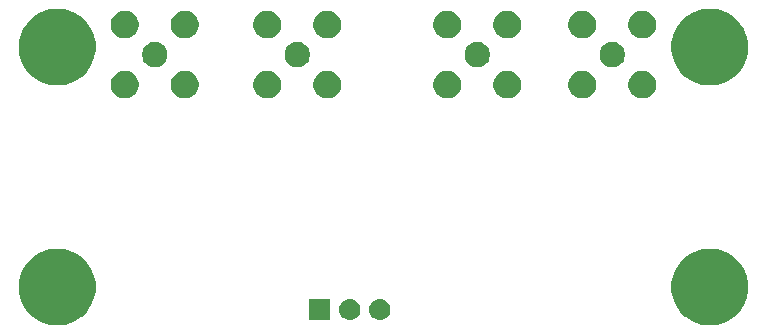
<source format=gbr>
G04 #@! TF.GenerationSoftware,KiCad,Pcbnew,(5.1.2)-2*
G04 #@! TF.CreationDate,2019-07-06T21:40:03+08:00*
G04 #@! TF.ProjectId,ADA4522,41444134-3532-4322-9e6b-696361645f70,rev?*
G04 #@! TF.SameCoordinates,Original*
G04 #@! TF.FileFunction,Soldermask,Bot*
G04 #@! TF.FilePolarity,Negative*
%FSLAX46Y46*%
G04 Gerber Fmt 4.6, Leading zero omitted, Abs format (unit mm)*
G04 Created by KiCad (PCBNEW (5.1.2)-2) date 2019-07-06 21:40:03*
%MOMM*%
%LPD*%
G04 APERTURE LIST*
%ADD10C,0.100000*%
G04 APERTURE END LIST*
D10*
G36*
X175894239Y-88886467D02*
G01*
X176208282Y-88948934D01*
X176799926Y-89194001D01*
X177332392Y-89549784D01*
X177785216Y-90002608D01*
X178140999Y-90535074D01*
X178386066Y-91126718D01*
X178511000Y-91754804D01*
X178511000Y-92395196D01*
X178386066Y-93023282D01*
X178140999Y-93614926D01*
X177897064Y-93980000D01*
X177785217Y-94147391D01*
X177332391Y-94600217D01*
X177302505Y-94620186D01*
X176799926Y-94955999D01*
X176208282Y-95201066D01*
X175894239Y-95263533D01*
X175580197Y-95326000D01*
X174939803Y-95326000D01*
X174625761Y-95263533D01*
X174311718Y-95201066D01*
X173720074Y-94955999D01*
X173217495Y-94620186D01*
X173187609Y-94600217D01*
X172734783Y-94147391D01*
X172622936Y-93980000D01*
X172379001Y-93614926D01*
X172133934Y-93023282D01*
X172009000Y-92395196D01*
X172009000Y-91754804D01*
X172133934Y-91126718D01*
X172379001Y-90535074D01*
X172734784Y-90002608D01*
X173187608Y-89549784D01*
X173720074Y-89194001D01*
X174311718Y-88948934D01*
X174625761Y-88886467D01*
X174939803Y-88824000D01*
X175580197Y-88824000D01*
X175894239Y-88886467D01*
X175894239Y-88886467D01*
G37*
G36*
X120649239Y-88886467D02*
G01*
X120963282Y-88948934D01*
X121554926Y-89194001D01*
X122087392Y-89549784D01*
X122540216Y-90002608D01*
X122895999Y-90535074D01*
X123141066Y-91126718D01*
X123266000Y-91754804D01*
X123266000Y-92395196D01*
X123141066Y-93023282D01*
X122895999Y-93614926D01*
X122652064Y-93980000D01*
X122540217Y-94147391D01*
X122087391Y-94600217D01*
X122057505Y-94620186D01*
X121554926Y-94955999D01*
X120963282Y-95201066D01*
X120649239Y-95263533D01*
X120335197Y-95326000D01*
X119694803Y-95326000D01*
X119380761Y-95263533D01*
X119066718Y-95201066D01*
X118475074Y-94955999D01*
X117972495Y-94620186D01*
X117942609Y-94600217D01*
X117489783Y-94147391D01*
X117377936Y-93980000D01*
X117134001Y-93614926D01*
X116888934Y-93023282D01*
X116764000Y-92395196D01*
X116764000Y-91754804D01*
X116888934Y-91126718D01*
X117134001Y-90535074D01*
X117489784Y-90002608D01*
X117942608Y-89549784D01*
X118475074Y-89194001D01*
X119066718Y-88948934D01*
X119380761Y-88886467D01*
X119694803Y-88824000D01*
X120335197Y-88824000D01*
X120649239Y-88886467D01*
X120649239Y-88886467D01*
G37*
G36*
X143141000Y-94881000D02*
G01*
X141339000Y-94881000D01*
X141339000Y-93079000D01*
X143141000Y-93079000D01*
X143141000Y-94881000D01*
X143141000Y-94881000D01*
G37*
G36*
X147430443Y-93085519D02*
G01*
X147496627Y-93092037D01*
X147666466Y-93143557D01*
X147822991Y-93227222D01*
X147858729Y-93256552D01*
X147960186Y-93339814D01*
X148043448Y-93441271D01*
X148072778Y-93477009D01*
X148156443Y-93633534D01*
X148207963Y-93803373D01*
X148225359Y-93980000D01*
X148207963Y-94156627D01*
X148156443Y-94326466D01*
X148072778Y-94482991D01*
X148043448Y-94518729D01*
X147960186Y-94620186D01*
X147858729Y-94703448D01*
X147822991Y-94732778D01*
X147666466Y-94816443D01*
X147496627Y-94867963D01*
X147430443Y-94874481D01*
X147364260Y-94881000D01*
X147275740Y-94881000D01*
X147209557Y-94874481D01*
X147143373Y-94867963D01*
X146973534Y-94816443D01*
X146817009Y-94732778D01*
X146781271Y-94703448D01*
X146679814Y-94620186D01*
X146596552Y-94518729D01*
X146567222Y-94482991D01*
X146483557Y-94326466D01*
X146432037Y-94156627D01*
X146414641Y-93980000D01*
X146432037Y-93803373D01*
X146483557Y-93633534D01*
X146567222Y-93477009D01*
X146596552Y-93441271D01*
X146679814Y-93339814D01*
X146781271Y-93256552D01*
X146817009Y-93227222D01*
X146973534Y-93143557D01*
X147143373Y-93092037D01*
X147209557Y-93085519D01*
X147275740Y-93079000D01*
X147364260Y-93079000D01*
X147430443Y-93085519D01*
X147430443Y-93085519D01*
G37*
G36*
X144890443Y-93085519D02*
G01*
X144956627Y-93092037D01*
X145126466Y-93143557D01*
X145282991Y-93227222D01*
X145318729Y-93256552D01*
X145420186Y-93339814D01*
X145503448Y-93441271D01*
X145532778Y-93477009D01*
X145616443Y-93633534D01*
X145667963Y-93803373D01*
X145685359Y-93980000D01*
X145667963Y-94156627D01*
X145616443Y-94326466D01*
X145532778Y-94482991D01*
X145503448Y-94518729D01*
X145420186Y-94620186D01*
X145318729Y-94703448D01*
X145282991Y-94732778D01*
X145126466Y-94816443D01*
X144956627Y-94867963D01*
X144890443Y-94874481D01*
X144824260Y-94881000D01*
X144735740Y-94881000D01*
X144669557Y-94874481D01*
X144603373Y-94867963D01*
X144433534Y-94816443D01*
X144277009Y-94732778D01*
X144241271Y-94703448D01*
X144139814Y-94620186D01*
X144056552Y-94518729D01*
X144027222Y-94482991D01*
X143943557Y-94326466D01*
X143892037Y-94156627D01*
X143874641Y-93980000D01*
X143892037Y-93803373D01*
X143943557Y-93633534D01*
X144027222Y-93477009D01*
X144056552Y-93441271D01*
X144139814Y-93339814D01*
X144241271Y-93256552D01*
X144277009Y-93227222D01*
X144433534Y-93143557D01*
X144603373Y-93092037D01*
X144669557Y-93085519D01*
X144735740Y-93079000D01*
X144824260Y-93079000D01*
X144890443Y-93085519D01*
X144890443Y-93085519D01*
G37*
G36*
X164656560Y-73769064D02*
G01*
X164808027Y-73799193D01*
X165022045Y-73887842D01*
X165022046Y-73887843D01*
X165214654Y-74016539D01*
X165378461Y-74180346D01*
X165445192Y-74280216D01*
X165507158Y-74372955D01*
X165595807Y-74586973D01*
X165641000Y-74814174D01*
X165641000Y-75045826D01*
X165595807Y-75273027D01*
X165507158Y-75487045D01*
X165507157Y-75487046D01*
X165378461Y-75679654D01*
X165214654Y-75843461D01*
X165086249Y-75929258D01*
X165022045Y-75972158D01*
X164808027Y-76060807D01*
X164656560Y-76090936D01*
X164580827Y-76106000D01*
X164349173Y-76106000D01*
X164273440Y-76090936D01*
X164121973Y-76060807D01*
X163907955Y-75972158D01*
X163843751Y-75929258D01*
X163715346Y-75843461D01*
X163551539Y-75679654D01*
X163422843Y-75487046D01*
X163422842Y-75487045D01*
X163334193Y-75273027D01*
X163289000Y-75045826D01*
X163289000Y-74814174D01*
X163334193Y-74586973D01*
X163422842Y-74372955D01*
X163484808Y-74280216D01*
X163551539Y-74180346D01*
X163715346Y-74016539D01*
X163907954Y-73887843D01*
X163907955Y-73887842D01*
X164121973Y-73799193D01*
X164273440Y-73769064D01*
X164349173Y-73754000D01*
X164580827Y-73754000D01*
X164656560Y-73769064D01*
X164656560Y-73769064D01*
G37*
G36*
X153226560Y-73769064D02*
G01*
X153378027Y-73799193D01*
X153592045Y-73887842D01*
X153592046Y-73887843D01*
X153784654Y-74016539D01*
X153948461Y-74180346D01*
X154015192Y-74280216D01*
X154077158Y-74372955D01*
X154165807Y-74586973D01*
X154211000Y-74814174D01*
X154211000Y-75045826D01*
X154165807Y-75273027D01*
X154077158Y-75487045D01*
X154077157Y-75487046D01*
X153948461Y-75679654D01*
X153784654Y-75843461D01*
X153656249Y-75929258D01*
X153592045Y-75972158D01*
X153378027Y-76060807D01*
X153226560Y-76090936D01*
X153150827Y-76106000D01*
X152919173Y-76106000D01*
X152843440Y-76090936D01*
X152691973Y-76060807D01*
X152477955Y-75972158D01*
X152413751Y-75929258D01*
X152285346Y-75843461D01*
X152121539Y-75679654D01*
X151992843Y-75487046D01*
X151992842Y-75487045D01*
X151904193Y-75273027D01*
X151859000Y-75045826D01*
X151859000Y-74814174D01*
X151904193Y-74586973D01*
X151992842Y-74372955D01*
X152054808Y-74280216D01*
X152121539Y-74180346D01*
X152285346Y-74016539D01*
X152477954Y-73887843D01*
X152477955Y-73887842D01*
X152691973Y-73799193D01*
X152843440Y-73769064D01*
X152919173Y-73754000D01*
X153150827Y-73754000D01*
X153226560Y-73769064D01*
X153226560Y-73769064D01*
G37*
G36*
X158306560Y-73769064D02*
G01*
X158458027Y-73799193D01*
X158672045Y-73887842D01*
X158672046Y-73887843D01*
X158864654Y-74016539D01*
X159028461Y-74180346D01*
X159095192Y-74280216D01*
X159157158Y-74372955D01*
X159245807Y-74586973D01*
X159291000Y-74814174D01*
X159291000Y-75045826D01*
X159245807Y-75273027D01*
X159157158Y-75487045D01*
X159157157Y-75487046D01*
X159028461Y-75679654D01*
X158864654Y-75843461D01*
X158736249Y-75929258D01*
X158672045Y-75972158D01*
X158458027Y-76060807D01*
X158306560Y-76090936D01*
X158230827Y-76106000D01*
X157999173Y-76106000D01*
X157923440Y-76090936D01*
X157771973Y-76060807D01*
X157557955Y-75972158D01*
X157493751Y-75929258D01*
X157365346Y-75843461D01*
X157201539Y-75679654D01*
X157072843Y-75487046D01*
X157072842Y-75487045D01*
X156984193Y-75273027D01*
X156939000Y-75045826D01*
X156939000Y-74814174D01*
X156984193Y-74586973D01*
X157072842Y-74372955D01*
X157134808Y-74280216D01*
X157201539Y-74180346D01*
X157365346Y-74016539D01*
X157557954Y-73887843D01*
X157557955Y-73887842D01*
X157771973Y-73799193D01*
X157923440Y-73769064D01*
X157999173Y-73754000D01*
X158230827Y-73754000D01*
X158306560Y-73769064D01*
X158306560Y-73769064D01*
G37*
G36*
X169736560Y-73769064D02*
G01*
X169888027Y-73799193D01*
X170102045Y-73887842D01*
X170102046Y-73887843D01*
X170294654Y-74016539D01*
X170458461Y-74180346D01*
X170525192Y-74280216D01*
X170587158Y-74372955D01*
X170675807Y-74586973D01*
X170721000Y-74814174D01*
X170721000Y-75045826D01*
X170675807Y-75273027D01*
X170587158Y-75487045D01*
X170587157Y-75487046D01*
X170458461Y-75679654D01*
X170294654Y-75843461D01*
X170166249Y-75929258D01*
X170102045Y-75972158D01*
X169888027Y-76060807D01*
X169736560Y-76090936D01*
X169660827Y-76106000D01*
X169429173Y-76106000D01*
X169353440Y-76090936D01*
X169201973Y-76060807D01*
X168987955Y-75972158D01*
X168923751Y-75929258D01*
X168795346Y-75843461D01*
X168631539Y-75679654D01*
X168502843Y-75487046D01*
X168502842Y-75487045D01*
X168414193Y-75273027D01*
X168369000Y-75045826D01*
X168369000Y-74814174D01*
X168414193Y-74586973D01*
X168502842Y-74372955D01*
X168564808Y-74280216D01*
X168631539Y-74180346D01*
X168795346Y-74016539D01*
X168987954Y-73887843D01*
X168987955Y-73887842D01*
X169201973Y-73799193D01*
X169353440Y-73769064D01*
X169429173Y-73754000D01*
X169660827Y-73754000D01*
X169736560Y-73769064D01*
X169736560Y-73769064D01*
G37*
G36*
X137986560Y-73769064D02*
G01*
X138138027Y-73799193D01*
X138352045Y-73887842D01*
X138352046Y-73887843D01*
X138544654Y-74016539D01*
X138708461Y-74180346D01*
X138775192Y-74280216D01*
X138837158Y-74372955D01*
X138925807Y-74586973D01*
X138971000Y-74814174D01*
X138971000Y-75045826D01*
X138925807Y-75273027D01*
X138837158Y-75487045D01*
X138837157Y-75487046D01*
X138708461Y-75679654D01*
X138544654Y-75843461D01*
X138416249Y-75929258D01*
X138352045Y-75972158D01*
X138138027Y-76060807D01*
X137986560Y-76090936D01*
X137910827Y-76106000D01*
X137679173Y-76106000D01*
X137603440Y-76090936D01*
X137451973Y-76060807D01*
X137237955Y-75972158D01*
X137173751Y-75929258D01*
X137045346Y-75843461D01*
X136881539Y-75679654D01*
X136752843Y-75487046D01*
X136752842Y-75487045D01*
X136664193Y-75273027D01*
X136619000Y-75045826D01*
X136619000Y-74814174D01*
X136664193Y-74586973D01*
X136752842Y-74372955D01*
X136814808Y-74280216D01*
X136881539Y-74180346D01*
X137045346Y-74016539D01*
X137237954Y-73887843D01*
X137237955Y-73887842D01*
X137451973Y-73799193D01*
X137603440Y-73769064D01*
X137679173Y-73754000D01*
X137910827Y-73754000D01*
X137986560Y-73769064D01*
X137986560Y-73769064D01*
G37*
G36*
X143066560Y-73769064D02*
G01*
X143218027Y-73799193D01*
X143432045Y-73887842D01*
X143432046Y-73887843D01*
X143624654Y-74016539D01*
X143788461Y-74180346D01*
X143855192Y-74280216D01*
X143917158Y-74372955D01*
X144005807Y-74586973D01*
X144051000Y-74814174D01*
X144051000Y-75045826D01*
X144005807Y-75273027D01*
X143917158Y-75487045D01*
X143917157Y-75487046D01*
X143788461Y-75679654D01*
X143624654Y-75843461D01*
X143496249Y-75929258D01*
X143432045Y-75972158D01*
X143218027Y-76060807D01*
X143066560Y-76090936D01*
X142990827Y-76106000D01*
X142759173Y-76106000D01*
X142683440Y-76090936D01*
X142531973Y-76060807D01*
X142317955Y-75972158D01*
X142253751Y-75929258D01*
X142125346Y-75843461D01*
X141961539Y-75679654D01*
X141832843Y-75487046D01*
X141832842Y-75487045D01*
X141744193Y-75273027D01*
X141699000Y-75045826D01*
X141699000Y-74814174D01*
X141744193Y-74586973D01*
X141832842Y-74372955D01*
X141894808Y-74280216D01*
X141961539Y-74180346D01*
X142125346Y-74016539D01*
X142317954Y-73887843D01*
X142317955Y-73887842D01*
X142531973Y-73799193D01*
X142683440Y-73769064D01*
X142759173Y-73754000D01*
X142990827Y-73754000D01*
X143066560Y-73769064D01*
X143066560Y-73769064D01*
G37*
G36*
X131001560Y-73769064D02*
G01*
X131153027Y-73799193D01*
X131367045Y-73887842D01*
X131367046Y-73887843D01*
X131559654Y-74016539D01*
X131723461Y-74180346D01*
X131790192Y-74280216D01*
X131852158Y-74372955D01*
X131940807Y-74586973D01*
X131986000Y-74814174D01*
X131986000Y-75045826D01*
X131940807Y-75273027D01*
X131852158Y-75487045D01*
X131852157Y-75487046D01*
X131723461Y-75679654D01*
X131559654Y-75843461D01*
X131431249Y-75929258D01*
X131367045Y-75972158D01*
X131153027Y-76060807D01*
X131001560Y-76090936D01*
X130925827Y-76106000D01*
X130694173Y-76106000D01*
X130618440Y-76090936D01*
X130466973Y-76060807D01*
X130252955Y-75972158D01*
X130188751Y-75929258D01*
X130060346Y-75843461D01*
X129896539Y-75679654D01*
X129767843Y-75487046D01*
X129767842Y-75487045D01*
X129679193Y-75273027D01*
X129634000Y-75045826D01*
X129634000Y-74814174D01*
X129679193Y-74586973D01*
X129767842Y-74372955D01*
X129829808Y-74280216D01*
X129896539Y-74180346D01*
X130060346Y-74016539D01*
X130252954Y-73887843D01*
X130252955Y-73887842D01*
X130466973Y-73799193D01*
X130618440Y-73769064D01*
X130694173Y-73754000D01*
X130925827Y-73754000D01*
X131001560Y-73769064D01*
X131001560Y-73769064D01*
G37*
G36*
X125921560Y-73769064D02*
G01*
X126073027Y-73799193D01*
X126287045Y-73887842D01*
X126287046Y-73887843D01*
X126479654Y-74016539D01*
X126643461Y-74180346D01*
X126710192Y-74280216D01*
X126772158Y-74372955D01*
X126860807Y-74586973D01*
X126906000Y-74814174D01*
X126906000Y-75045826D01*
X126860807Y-75273027D01*
X126772158Y-75487045D01*
X126772157Y-75487046D01*
X126643461Y-75679654D01*
X126479654Y-75843461D01*
X126351249Y-75929258D01*
X126287045Y-75972158D01*
X126073027Y-76060807D01*
X125921560Y-76090936D01*
X125845827Y-76106000D01*
X125614173Y-76106000D01*
X125538440Y-76090936D01*
X125386973Y-76060807D01*
X125172955Y-75972158D01*
X125108751Y-75929258D01*
X124980346Y-75843461D01*
X124816539Y-75679654D01*
X124687843Y-75487046D01*
X124687842Y-75487045D01*
X124599193Y-75273027D01*
X124554000Y-75045826D01*
X124554000Y-74814174D01*
X124599193Y-74586973D01*
X124687842Y-74372955D01*
X124749808Y-74280216D01*
X124816539Y-74180346D01*
X124980346Y-74016539D01*
X125172954Y-73887843D01*
X125172955Y-73887842D01*
X125386973Y-73799193D01*
X125538440Y-73769064D01*
X125614173Y-73754000D01*
X125845827Y-73754000D01*
X125921560Y-73769064D01*
X125921560Y-73769064D01*
G37*
G36*
X120649239Y-68566467D02*
G01*
X120963282Y-68628934D01*
X121554926Y-68874001D01*
X121981477Y-69159014D01*
X122087391Y-69229783D01*
X122540217Y-69682609D01*
X122610986Y-69788523D01*
X122895999Y-70215074D01*
X123123148Y-70763461D01*
X123141066Y-70806719D01*
X123266000Y-71434803D01*
X123266000Y-72075197D01*
X123224462Y-72284022D01*
X123141066Y-72703282D01*
X122895999Y-73294926D01*
X122540216Y-73827392D01*
X122087392Y-74280216D01*
X121554926Y-74635999D01*
X120963282Y-74881066D01*
X120649239Y-74943533D01*
X120335197Y-75006000D01*
X119694803Y-75006000D01*
X119380761Y-74943533D01*
X119066718Y-74881066D01*
X118475074Y-74635999D01*
X117942608Y-74280216D01*
X117489784Y-73827392D01*
X117134001Y-73294926D01*
X116888934Y-72703282D01*
X116805538Y-72284022D01*
X116764000Y-72075197D01*
X116764000Y-71434803D01*
X116888934Y-70806719D01*
X116906852Y-70763461D01*
X117134001Y-70215074D01*
X117419014Y-69788523D01*
X117489783Y-69682609D01*
X117942609Y-69229783D01*
X118048523Y-69159014D01*
X118475074Y-68874001D01*
X119066718Y-68628934D01*
X119380761Y-68566467D01*
X119694803Y-68504000D01*
X120335197Y-68504000D01*
X120649239Y-68566467D01*
X120649239Y-68566467D01*
G37*
G36*
X175894239Y-68566467D02*
G01*
X176208282Y-68628934D01*
X176799926Y-68874001D01*
X177226477Y-69159014D01*
X177332391Y-69229783D01*
X177785217Y-69682609D01*
X177855986Y-69788523D01*
X178140999Y-70215074D01*
X178368148Y-70763461D01*
X178386066Y-70806719D01*
X178511000Y-71434803D01*
X178511000Y-72075197D01*
X178469462Y-72284022D01*
X178386066Y-72703282D01*
X178140999Y-73294926D01*
X177785216Y-73827392D01*
X177332392Y-74280216D01*
X176799926Y-74635999D01*
X176208282Y-74881066D01*
X175894239Y-74943533D01*
X175580197Y-75006000D01*
X174939803Y-75006000D01*
X174625761Y-74943533D01*
X174311718Y-74881066D01*
X173720074Y-74635999D01*
X173187608Y-74280216D01*
X172734784Y-73827392D01*
X172379001Y-73294926D01*
X172133934Y-72703282D01*
X172050538Y-72284022D01*
X172009000Y-72075197D01*
X172009000Y-71434803D01*
X172133934Y-70806719D01*
X172151852Y-70763461D01*
X172379001Y-70215074D01*
X172664014Y-69788523D01*
X172734783Y-69682609D01*
X173187609Y-69229783D01*
X173293523Y-69159014D01*
X173720074Y-68874001D01*
X174311718Y-68628934D01*
X174625761Y-68566467D01*
X174939803Y-68504000D01*
X175580197Y-68504000D01*
X175894239Y-68566467D01*
X175894239Y-68566467D01*
G37*
G36*
X155750271Y-71327783D02*
G01*
X155888858Y-71355350D01*
X156084677Y-71436461D01*
X156260910Y-71554216D01*
X156410784Y-71704090D01*
X156528539Y-71880323D01*
X156609650Y-72076142D01*
X156651000Y-72284023D01*
X156651000Y-72495977D01*
X156609650Y-72703858D01*
X156528539Y-72899677D01*
X156410784Y-73075910D01*
X156260910Y-73225784D01*
X156084677Y-73343539D01*
X155888858Y-73424650D01*
X155750271Y-73452217D01*
X155680978Y-73466000D01*
X155469022Y-73466000D01*
X155399729Y-73452217D01*
X155261142Y-73424650D01*
X155065323Y-73343539D01*
X154889090Y-73225784D01*
X154739216Y-73075910D01*
X154621461Y-72899677D01*
X154540350Y-72703858D01*
X154499000Y-72495977D01*
X154499000Y-72284023D01*
X154540350Y-72076142D01*
X154621461Y-71880323D01*
X154739216Y-71704090D01*
X154889090Y-71554216D01*
X155065323Y-71436461D01*
X155261142Y-71355350D01*
X155399729Y-71327783D01*
X155469022Y-71314000D01*
X155680978Y-71314000D01*
X155750271Y-71327783D01*
X155750271Y-71327783D01*
G37*
G36*
X167180271Y-71327783D02*
G01*
X167318858Y-71355350D01*
X167514677Y-71436461D01*
X167690910Y-71554216D01*
X167840784Y-71704090D01*
X167958539Y-71880323D01*
X168039650Y-72076142D01*
X168081000Y-72284023D01*
X168081000Y-72495977D01*
X168039650Y-72703858D01*
X167958539Y-72899677D01*
X167840784Y-73075910D01*
X167690910Y-73225784D01*
X167514677Y-73343539D01*
X167318858Y-73424650D01*
X167180271Y-73452217D01*
X167110978Y-73466000D01*
X166899022Y-73466000D01*
X166829729Y-73452217D01*
X166691142Y-73424650D01*
X166495323Y-73343539D01*
X166319090Y-73225784D01*
X166169216Y-73075910D01*
X166051461Y-72899677D01*
X165970350Y-72703858D01*
X165929000Y-72495977D01*
X165929000Y-72284023D01*
X165970350Y-72076142D01*
X166051461Y-71880323D01*
X166169216Y-71704090D01*
X166319090Y-71554216D01*
X166495323Y-71436461D01*
X166691142Y-71355350D01*
X166829729Y-71327783D01*
X166899022Y-71314000D01*
X167110978Y-71314000D01*
X167180271Y-71327783D01*
X167180271Y-71327783D01*
G37*
G36*
X128445271Y-71327783D02*
G01*
X128583858Y-71355350D01*
X128779677Y-71436461D01*
X128955910Y-71554216D01*
X129105784Y-71704090D01*
X129223539Y-71880323D01*
X129304650Y-72076142D01*
X129346000Y-72284023D01*
X129346000Y-72495977D01*
X129304650Y-72703858D01*
X129223539Y-72899677D01*
X129105784Y-73075910D01*
X128955910Y-73225784D01*
X128779677Y-73343539D01*
X128583858Y-73424650D01*
X128445271Y-73452217D01*
X128375978Y-73466000D01*
X128164022Y-73466000D01*
X128094729Y-73452217D01*
X127956142Y-73424650D01*
X127760323Y-73343539D01*
X127584090Y-73225784D01*
X127434216Y-73075910D01*
X127316461Y-72899677D01*
X127235350Y-72703858D01*
X127194000Y-72495977D01*
X127194000Y-72284023D01*
X127235350Y-72076142D01*
X127316461Y-71880323D01*
X127434216Y-71704090D01*
X127584090Y-71554216D01*
X127760323Y-71436461D01*
X127956142Y-71355350D01*
X128094729Y-71327783D01*
X128164022Y-71314000D01*
X128375978Y-71314000D01*
X128445271Y-71327783D01*
X128445271Y-71327783D01*
G37*
G36*
X140510271Y-71327783D02*
G01*
X140648858Y-71355350D01*
X140844677Y-71436461D01*
X141020910Y-71554216D01*
X141170784Y-71704090D01*
X141288539Y-71880323D01*
X141369650Y-72076142D01*
X141411000Y-72284023D01*
X141411000Y-72495977D01*
X141369650Y-72703858D01*
X141288539Y-72899677D01*
X141170784Y-73075910D01*
X141020910Y-73225784D01*
X140844677Y-73343539D01*
X140648858Y-73424650D01*
X140510271Y-73452217D01*
X140440978Y-73466000D01*
X140229022Y-73466000D01*
X140159729Y-73452217D01*
X140021142Y-73424650D01*
X139825323Y-73343539D01*
X139649090Y-73225784D01*
X139499216Y-73075910D01*
X139381461Y-72899677D01*
X139300350Y-72703858D01*
X139259000Y-72495977D01*
X139259000Y-72284023D01*
X139300350Y-72076142D01*
X139381461Y-71880323D01*
X139499216Y-71704090D01*
X139649090Y-71554216D01*
X139825323Y-71436461D01*
X140021142Y-71355350D01*
X140159729Y-71327783D01*
X140229022Y-71314000D01*
X140440978Y-71314000D01*
X140510271Y-71327783D01*
X140510271Y-71327783D01*
G37*
G36*
X158306560Y-68689064D02*
G01*
X158458027Y-68719193D01*
X158672045Y-68807842D01*
X158672046Y-68807843D01*
X158864654Y-68936539D01*
X159028461Y-69100346D01*
X159114258Y-69228751D01*
X159157158Y-69292955D01*
X159245807Y-69506973D01*
X159291000Y-69734174D01*
X159291000Y-69965826D01*
X159245807Y-70193027D01*
X159157158Y-70407045D01*
X159157157Y-70407046D01*
X159028461Y-70599654D01*
X158864654Y-70763461D01*
X158736249Y-70849258D01*
X158672045Y-70892158D01*
X158458027Y-70980807D01*
X158306560Y-71010936D01*
X158230827Y-71026000D01*
X157999173Y-71026000D01*
X157923440Y-71010936D01*
X157771973Y-70980807D01*
X157557955Y-70892158D01*
X157493751Y-70849258D01*
X157365346Y-70763461D01*
X157201539Y-70599654D01*
X157072843Y-70407046D01*
X157072842Y-70407045D01*
X156984193Y-70193027D01*
X156939000Y-69965826D01*
X156939000Y-69734174D01*
X156984193Y-69506973D01*
X157072842Y-69292955D01*
X157115742Y-69228751D01*
X157201539Y-69100346D01*
X157365346Y-68936539D01*
X157557954Y-68807843D01*
X157557955Y-68807842D01*
X157771973Y-68719193D01*
X157923440Y-68689064D01*
X157999173Y-68674000D01*
X158230827Y-68674000D01*
X158306560Y-68689064D01*
X158306560Y-68689064D01*
G37*
G36*
X153226560Y-68689064D02*
G01*
X153378027Y-68719193D01*
X153592045Y-68807842D01*
X153592046Y-68807843D01*
X153784654Y-68936539D01*
X153948461Y-69100346D01*
X154034258Y-69228751D01*
X154077158Y-69292955D01*
X154165807Y-69506973D01*
X154211000Y-69734174D01*
X154211000Y-69965826D01*
X154165807Y-70193027D01*
X154077158Y-70407045D01*
X154077157Y-70407046D01*
X153948461Y-70599654D01*
X153784654Y-70763461D01*
X153656249Y-70849258D01*
X153592045Y-70892158D01*
X153378027Y-70980807D01*
X153226560Y-71010936D01*
X153150827Y-71026000D01*
X152919173Y-71026000D01*
X152843440Y-71010936D01*
X152691973Y-70980807D01*
X152477955Y-70892158D01*
X152413751Y-70849258D01*
X152285346Y-70763461D01*
X152121539Y-70599654D01*
X151992843Y-70407046D01*
X151992842Y-70407045D01*
X151904193Y-70193027D01*
X151859000Y-69965826D01*
X151859000Y-69734174D01*
X151904193Y-69506973D01*
X151992842Y-69292955D01*
X152035742Y-69228751D01*
X152121539Y-69100346D01*
X152285346Y-68936539D01*
X152477954Y-68807843D01*
X152477955Y-68807842D01*
X152691973Y-68719193D01*
X152843440Y-68689064D01*
X152919173Y-68674000D01*
X153150827Y-68674000D01*
X153226560Y-68689064D01*
X153226560Y-68689064D01*
G37*
G36*
X131001560Y-68689064D02*
G01*
X131153027Y-68719193D01*
X131367045Y-68807842D01*
X131367046Y-68807843D01*
X131559654Y-68936539D01*
X131723461Y-69100346D01*
X131809258Y-69228751D01*
X131852158Y-69292955D01*
X131940807Y-69506973D01*
X131986000Y-69734174D01*
X131986000Y-69965826D01*
X131940807Y-70193027D01*
X131852158Y-70407045D01*
X131852157Y-70407046D01*
X131723461Y-70599654D01*
X131559654Y-70763461D01*
X131431249Y-70849258D01*
X131367045Y-70892158D01*
X131153027Y-70980807D01*
X131001560Y-71010936D01*
X130925827Y-71026000D01*
X130694173Y-71026000D01*
X130618440Y-71010936D01*
X130466973Y-70980807D01*
X130252955Y-70892158D01*
X130188751Y-70849258D01*
X130060346Y-70763461D01*
X129896539Y-70599654D01*
X129767843Y-70407046D01*
X129767842Y-70407045D01*
X129679193Y-70193027D01*
X129634000Y-69965826D01*
X129634000Y-69734174D01*
X129679193Y-69506973D01*
X129767842Y-69292955D01*
X129810742Y-69228751D01*
X129896539Y-69100346D01*
X130060346Y-68936539D01*
X130252954Y-68807843D01*
X130252955Y-68807842D01*
X130466973Y-68719193D01*
X130618440Y-68689064D01*
X130694173Y-68674000D01*
X130925827Y-68674000D01*
X131001560Y-68689064D01*
X131001560Y-68689064D01*
G37*
G36*
X137986560Y-68689064D02*
G01*
X138138027Y-68719193D01*
X138352045Y-68807842D01*
X138352046Y-68807843D01*
X138544654Y-68936539D01*
X138708461Y-69100346D01*
X138794258Y-69228751D01*
X138837158Y-69292955D01*
X138925807Y-69506973D01*
X138971000Y-69734174D01*
X138971000Y-69965826D01*
X138925807Y-70193027D01*
X138837158Y-70407045D01*
X138837157Y-70407046D01*
X138708461Y-70599654D01*
X138544654Y-70763461D01*
X138416249Y-70849258D01*
X138352045Y-70892158D01*
X138138027Y-70980807D01*
X137986560Y-71010936D01*
X137910827Y-71026000D01*
X137679173Y-71026000D01*
X137603440Y-71010936D01*
X137451973Y-70980807D01*
X137237955Y-70892158D01*
X137173751Y-70849258D01*
X137045346Y-70763461D01*
X136881539Y-70599654D01*
X136752843Y-70407046D01*
X136752842Y-70407045D01*
X136664193Y-70193027D01*
X136619000Y-69965826D01*
X136619000Y-69734174D01*
X136664193Y-69506973D01*
X136752842Y-69292955D01*
X136795742Y-69228751D01*
X136881539Y-69100346D01*
X137045346Y-68936539D01*
X137237954Y-68807843D01*
X137237955Y-68807842D01*
X137451973Y-68719193D01*
X137603440Y-68689064D01*
X137679173Y-68674000D01*
X137910827Y-68674000D01*
X137986560Y-68689064D01*
X137986560Y-68689064D01*
G37*
G36*
X143066560Y-68689064D02*
G01*
X143218027Y-68719193D01*
X143432045Y-68807842D01*
X143432046Y-68807843D01*
X143624654Y-68936539D01*
X143788461Y-69100346D01*
X143874258Y-69228751D01*
X143917158Y-69292955D01*
X144005807Y-69506973D01*
X144051000Y-69734174D01*
X144051000Y-69965826D01*
X144005807Y-70193027D01*
X143917158Y-70407045D01*
X143917157Y-70407046D01*
X143788461Y-70599654D01*
X143624654Y-70763461D01*
X143496249Y-70849258D01*
X143432045Y-70892158D01*
X143218027Y-70980807D01*
X143066560Y-71010936D01*
X142990827Y-71026000D01*
X142759173Y-71026000D01*
X142683440Y-71010936D01*
X142531973Y-70980807D01*
X142317955Y-70892158D01*
X142253751Y-70849258D01*
X142125346Y-70763461D01*
X141961539Y-70599654D01*
X141832843Y-70407046D01*
X141832842Y-70407045D01*
X141744193Y-70193027D01*
X141699000Y-69965826D01*
X141699000Y-69734174D01*
X141744193Y-69506973D01*
X141832842Y-69292955D01*
X141875742Y-69228751D01*
X141961539Y-69100346D01*
X142125346Y-68936539D01*
X142317954Y-68807843D01*
X142317955Y-68807842D01*
X142531973Y-68719193D01*
X142683440Y-68689064D01*
X142759173Y-68674000D01*
X142990827Y-68674000D01*
X143066560Y-68689064D01*
X143066560Y-68689064D01*
G37*
G36*
X125921560Y-68689064D02*
G01*
X126073027Y-68719193D01*
X126287045Y-68807842D01*
X126287046Y-68807843D01*
X126479654Y-68936539D01*
X126643461Y-69100346D01*
X126729258Y-69228751D01*
X126772158Y-69292955D01*
X126860807Y-69506973D01*
X126906000Y-69734174D01*
X126906000Y-69965826D01*
X126860807Y-70193027D01*
X126772158Y-70407045D01*
X126772157Y-70407046D01*
X126643461Y-70599654D01*
X126479654Y-70763461D01*
X126351249Y-70849258D01*
X126287045Y-70892158D01*
X126073027Y-70980807D01*
X125921560Y-71010936D01*
X125845827Y-71026000D01*
X125614173Y-71026000D01*
X125538440Y-71010936D01*
X125386973Y-70980807D01*
X125172955Y-70892158D01*
X125108751Y-70849258D01*
X124980346Y-70763461D01*
X124816539Y-70599654D01*
X124687843Y-70407046D01*
X124687842Y-70407045D01*
X124599193Y-70193027D01*
X124554000Y-69965826D01*
X124554000Y-69734174D01*
X124599193Y-69506973D01*
X124687842Y-69292955D01*
X124730742Y-69228751D01*
X124816539Y-69100346D01*
X124980346Y-68936539D01*
X125172954Y-68807843D01*
X125172955Y-68807842D01*
X125386973Y-68719193D01*
X125538440Y-68689064D01*
X125614173Y-68674000D01*
X125845827Y-68674000D01*
X125921560Y-68689064D01*
X125921560Y-68689064D01*
G37*
G36*
X169736560Y-68689064D02*
G01*
X169888027Y-68719193D01*
X170102045Y-68807842D01*
X170102046Y-68807843D01*
X170294654Y-68936539D01*
X170458461Y-69100346D01*
X170544258Y-69228751D01*
X170587158Y-69292955D01*
X170675807Y-69506973D01*
X170721000Y-69734174D01*
X170721000Y-69965826D01*
X170675807Y-70193027D01*
X170587158Y-70407045D01*
X170587157Y-70407046D01*
X170458461Y-70599654D01*
X170294654Y-70763461D01*
X170166249Y-70849258D01*
X170102045Y-70892158D01*
X169888027Y-70980807D01*
X169736560Y-71010936D01*
X169660827Y-71026000D01*
X169429173Y-71026000D01*
X169353440Y-71010936D01*
X169201973Y-70980807D01*
X168987955Y-70892158D01*
X168923751Y-70849258D01*
X168795346Y-70763461D01*
X168631539Y-70599654D01*
X168502843Y-70407046D01*
X168502842Y-70407045D01*
X168414193Y-70193027D01*
X168369000Y-69965826D01*
X168369000Y-69734174D01*
X168414193Y-69506973D01*
X168502842Y-69292955D01*
X168545742Y-69228751D01*
X168631539Y-69100346D01*
X168795346Y-68936539D01*
X168987954Y-68807843D01*
X168987955Y-68807842D01*
X169201973Y-68719193D01*
X169353440Y-68689064D01*
X169429173Y-68674000D01*
X169660827Y-68674000D01*
X169736560Y-68689064D01*
X169736560Y-68689064D01*
G37*
G36*
X164656560Y-68689064D02*
G01*
X164808027Y-68719193D01*
X165022045Y-68807842D01*
X165022046Y-68807843D01*
X165214654Y-68936539D01*
X165378461Y-69100346D01*
X165464258Y-69228751D01*
X165507158Y-69292955D01*
X165595807Y-69506973D01*
X165641000Y-69734174D01*
X165641000Y-69965826D01*
X165595807Y-70193027D01*
X165507158Y-70407045D01*
X165507157Y-70407046D01*
X165378461Y-70599654D01*
X165214654Y-70763461D01*
X165086249Y-70849258D01*
X165022045Y-70892158D01*
X164808027Y-70980807D01*
X164656560Y-71010936D01*
X164580827Y-71026000D01*
X164349173Y-71026000D01*
X164273440Y-71010936D01*
X164121973Y-70980807D01*
X163907955Y-70892158D01*
X163843751Y-70849258D01*
X163715346Y-70763461D01*
X163551539Y-70599654D01*
X163422843Y-70407046D01*
X163422842Y-70407045D01*
X163334193Y-70193027D01*
X163289000Y-69965826D01*
X163289000Y-69734174D01*
X163334193Y-69506973D01*
X163422842Y-69292955D01*
X163465742Y-69228751D01*
X163551539Y-69100346D01*
X163715346Y-68936539D01*
X163907954Y-68807843D01*
X163907955Y-68807842D01*
X164121973Y-68719193D01*
X164273440Y-68689064D01*
X164349173Y-68674000D01*
X164580827Y-68674000D01*
X164656560Y-68689064D01*
X164656560Y-68689064D01*
G37*
M02*

</source>
